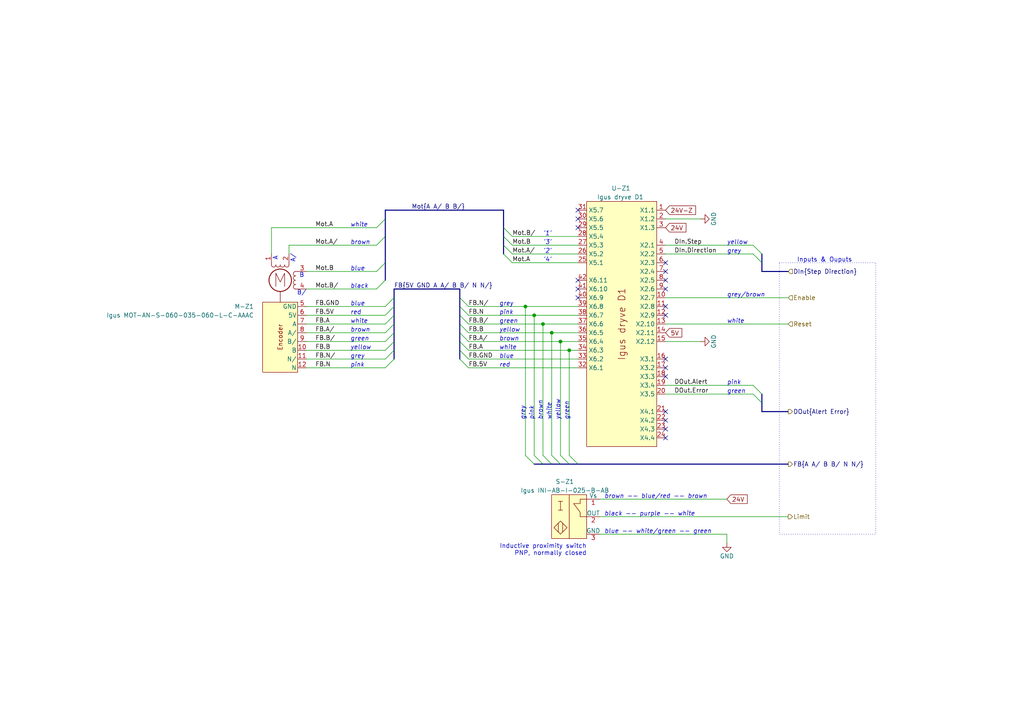
<source format=kicad_sch>
(kicad_sch (version 20250114) (generator "eeschema") (generator_version "9.0")
  (paper "A4")
  (title_block (title "Gantry Robot - Axis Z") (date "2024-03-18") (company "CITIC Research Center & Department of Computer Engineering, University of A Coruña."))
  (lib_symbols
    (symbol "Gantry_Robot_Components:INI-AB-I-025-B-AB" (pin_names (offset 0))
      (property "Reference" "S" (at -5.715 7.62 0))
      (property "Value" "INI-AB-I-025-B-AB" (at 0 -9.525 0))
      (symbol "INI-AB-I-025-B-AB_0_1"
        (polyline (pts (xy -4.445 4.445) (xy -3.175 4.445)))
        (polyline (pts (xy -4.445 1.905) (xy -3.175 1.905)))
        (polyline (pts (xy -4.445 -1.905) (xy -4.445 -4.445)))
        (polyline (pts (xy -3.81 4.445) (xy -3.81 1.905)))
        (polyline (pts (xy -3.81 -1.27) (xy -5.715 -3.175) (xy -3.81 -5.08) (xy -1.905 -3.175) (xy -3.81 -1.27)))
        (polyline (pts (xy -3.175 -1.905) (xy -3.175 -4.445)))
        (polyline (pts (xy -1.27 6.35) (xy -1.27 -6.35)))
        (polyline (pts (xy 1.905 0) (xy 3.81 0)))
        (polyline (pts (xy 1.905 0) (xy 1.905 1.27) (xy 0 3.81) (xy 1.905 3.81) (xy 1.905 5.08) (xy 3.81 5.08)))
      )
      (symbol "INI-AB-I-025-B-AB_1_1"
        (rectangle (start -6.35 6.35) (end 3.81 -6.35) (fill (type background)))
        (pin power_in line (at 7.62 5.08 180) (length 3.81) (name "Vs") (number "1"))
        (pin output line (at 7.62 0 180) (length 3.81) (name "OUT") (number "2"))
        (pin power_in line (at 7.62 -5.08 180) (length 3.81) (name "GND") (number "3"))
      )
    )
    (symbol "Gantry_Robot_Components:Igus_dryve_D1"
      (property "Reference" "U" (at 40.64 12.7 0))
      (property "Value" "Igus dryve D1" (at 25.4 -12.7 0))
      (symbol "Igus_dryve_D1_1_1"
        (rectangle (start -35.56 10.16) (end 35.56 -10.16) (fill (type background)))
        (text "Igus dryve D1" (at 0 0 0) (effects (font (size 2 2))))
        (pin power_in line (at -33.02 12.7 270) (length 2.54) (name "X1.1") (number "1"))
        (pin power_out line (at -33.02 -12.7 90) (length 2.54) (name "X5.7") (number "31"))
        (pin power_in line (at -30.48 12.7 270) (length 2.54) (name "X1.2") (number "2"))
        (pin power_out line (at -30.48 -12.7 90) (length 2.54) (name "X5.6") (number "30"))
        (pin power_in line (at -27.94 12.7 270) (length 2.54) (name "X1.3") (number "3"))
        (pin passive line (at -27.94 -12.7 90) (length 2.54) (name "X5.5") (number "29"))
        (pin passive line (at -25.4 -12.7 90) (length 2.54) (name "X5.4") (number "28"))
        (pin input line (at -22.86 12.7 270) (length 2.54) (name "X2.1") (number "4"))
        (pin passive line (at -22.86 -12.7 90) (length 2.54) (name "X5.3") (number "27"))
        (pin input line (at -20.32 12.7 270) (length 2.54) (name "X2.2") (number "5"))
        (pin passive line (at -20.32 -12.7 90) (length 2.54) (name "X5.2") (number "26"))
        (pin input line (at -17.78 12.7 270) (length 2.54) (name "X2.3") (number "6"))
        (pin passive line (at -17.78 -12.7 90) (length 2.54) (name "X5.1") (number "25"))
        (pin input line (at -15.24 12.7 270) (length 2.54) (name "X2.4") (number "7"))
        (pin input line (at -12.7 12.7 270) (length 2.54) (name "X2.5") (number "8"))
        (pin input line (at -12.7 -12.7 90) (length 2.54) (name "X6.11") (number "42"))
        (pin input line (at -10.16 12.7 270) (length 2.54) (name "X2.6") (number "9"))
        (pin input line (at -10.16 -12.7 90) (length 2.54) (name "X6.10") (number "41"))
        (pin input line (at -7.62 12.7 270) (length 2.54) (name "X2.7") (number "10"))
        (pin input line (at -7.62 -12.7 90) (length 2.54) (name "X6.9") (number "40"))
        (pin input line (at -5.08 12.7 270) (length 2.54) (name "X2.8") (number "11"))
        (pin input line (at -5.08 -12.7 90) (length 2.54) (name "X6.8") (number "39"))
        (pin input line (at -2.54 12.7 270) (length 2.54) (name "X2.9") (number "12"))
        (pin input line (at -2.54 -12.7 90) (length 2.54) (name "X6.7") (number "38"))
        (pin input line (at 0 12.7 270) (length 2.54) (name "X2.10") (number "13"))
        (pin input line (at 0 -12.7 90) (length 2.54) (name "X6.6") (number "37"))
        (pin power_in line (at 2.54 12.7 270) (length 2.54) (name "X2.11") (number "14"))
        (pin input line (at 2.54 -12.7 90) (length 2.54) (name "X6.5") (number "36"))
        (pin power_in line (at 5.08 12.7 270) (length 2.54) (name "X2.12") (number "15"))
        (pin input line (at 5.08 -12.7 90) (length 2.54) (name "X6.4") (number "35"))
        (pin input line (at 7.62 -12.7 90) (length 2.54) (name "X6.3") (number "34"))
        (pin output line (at 10.16 12.7 270) (length 2.54) (name "X3.1") (number "16"))
        (pin power_out line (at 10.16 -12.7 90) (length 2.54) (name "X6.2") (number "33"))
        (pin output line (at 12.7 12.7 270) (length 2.54) (name "X3.2") (number "17"))
        (pin power_out line (at 12.7 -12.7 90) (length 2.54) (name "X6.1") (number "32"))
        (pin output line (at 15.24 12.7 270) (length 2.54) (name "X3.3") (number "18"))
        (pin output line (at 17.78 12.7 270) (length 2.54) (name "X3.4") (number "19"))
        (pin output line (at 20.32 12.7 270) (length 2.54) (name "X3.5") (number "20"))
        (pin power_out line (at 25.4 12.7 270) (length 2.54) (name "X4.1") (number "21"))
        (pin input line (at 27.94 12.7 270) (length 2.54) (name "X4.2") (number "22"))
        (pin input line (at 30.48 12.7 270) (length 2.54) (name "X4.3") (number "23"))
        (pin power_out line (at 33.02 12.7 270) (length 2.54) (name "X4.4") (number "24"))
      )
    )
    (symbol "Gantry_Robot_Components:Stepper_Motor_Bipolar_with_RS-422_Encoder" (pin_names (offset 0.3))
      (property "Reference" "M" (at 7.62 -11.43 0))
      (property "Value" "Stepper_Motor_Bipolar_with_RS-422_Encoder" (at 7.62 -12.7 0))
      (symbol "Stepper_Motor_Bipolar_with_RS-422_Encoder_0_0"
        (polyline (pts (xy -1.27 -1.778) (xy -1.27 2.032) (xy 0 -0.508) (xy 1.27 2.032) (xy 1.27 -1.778)))
      )
      (symbol "Stepper_Motor_Bipolar_with_RS-422_Encoder_0_1"
        (polyline (pts (xy -5.08 2.54) (xy -4.445 2.54)))
        (polyline (pts (xy -5.08 -2.54) (xy -4.445 -2.54)))
        (arc (start -4.445 2.54) (mid -3.8127 1.905) (end -4.445 1.27))
        (arc (start -4.445 1.27) (mid -3.8127 0.635) (end -4.445 0))
        (arc (start -4.445 0) (mid -3.8127 -0.635) (end -4.445 -1.27))
        (arc (start -4.445 -1.27) (mid -3.8127 -1.905) (end -4.445 -2.54))
        (polyline (pts (xy -2.54 5.08) (xy -2.54 4.445)))
        (arc (start -1.27 4.445) (mid -1.905 3.8127) (end -2.54 4.445))
        (arc (start 0 4.445) (mid -0.635 3.8127) (end -1.27 4.445))
        (circle (center 0 0) (radius 3.2512) (stroke (width 0.254)))
        (polyline (pts (xy 0 -3.302) (xy 0 -6.35)))
        (arc (start 1.27 4.445) (mid 0.635 3.8127) (end 0 4.445))
        (arc (start 2.54 4.445) (mid 1.905 3.8127) (end 1.27 4.445))
        (polyline (pts (xy 2.54 5.08) (xy 2.54 4.445)))
      )
      (symbol "Stepper_Motor_Bipolar_with_RS-422_Encoder_1_1"
        (rectangle (start -5.08 -6.35) (end 5.08 -26.67) (fill (type background)))
        (text "Encoder" (at 0 -16.51 900) (effects (font (size 1.27 1.27))))
        (pin passive line (at -7.62 2.54 0) (length 2.54) (name "~") (number "3"))
        (pin passive line (at -7.62 -2.54 0) (length 2.54) (name "~") (number "4"))
        (pin power_in line (at -7.62 -7.62 0) (length 2.54) (name "GND") (number "5"))
        (pin power_in line (at -7.62 -10.16 0) (length 2.54) (name "5V") (number "6"))
        (pin output line (at -7.62 -12.7 0) (length 2.54) (name "A") (number "7"))
        (pin output line (at -7.62 -15.24 0) (length 2.54) (name "A/") (number "8"))
        (pin output line (at -7.62 -17.78 0) (length 2.54) (name "B/") (number "9"))
        (pin output line (at -7.62 -20.32 0) (length 2.54) (name "B") (number "10"))
        (pin output line (at -7.62 -22.86 0) (length 2.54) (name "N/") (number "11"))
        (pin output line (at -7.62 -25.4 0) (length 2.54) (name "N") (number "12"))
        (pin passive line (at -2.54 7.62 270) (length 2.54) (name "~") (number "2"))
        (pin passive line (at 2.54 7.62 270) (length 2.54) (name "~") (number "1"))
      )
    )
    (symbol "power:GND" (power) (pin_names (offset 0))
      (property "Value" "GND" (at 0 -3.81 0))
      (symbol "GND_0_1"
        (polyline (pts (xy 0 0) (xy 0 -1.27) (xy 1.27 -1.27) (xy 0 -2.54) (xy -1.27 -1.27) (xy 0 -1.27)))
      )
      (symbol "GND_1_1"
        (pin power_in line (at 0 0 270) (length 0) (hide yes) (name "GND") (number "1"))
      )
    )
  )
  (rectangle (start 226.06 76.2) (end 254 154.94) (stroke (width 0) (type dot)))
  (text "Inputs & Ouputs" (at 231.14 76.2 0) (effects (font (size 1.27 1.27)) (justify left bottom)))
  (text "white" (at 160.02 121.92 90) (effects (font (size 1.27 1.27) (italic yes)) (justify left bottom)))
  (text "green" (at 101.6 99.06 0) (effects (font (size 1.27 1.27) (italic yes)) (justify left bottom)))
  (text "green" (at 165.1 121.92 90) (effects (font (size 1.27 1.27) (italic yes)) (justify left bottom)))
  (text "Inductive proximity switch\nPNP, normally closed" (at 170.18 161.29 0) (effects (font (size 1.27 1.27)) (justify right bottom)))
  (text "B/" (at 88.9 85.725 0) (effects (font (size 1.27 1.27)) (justify right bottom)))
  (text "grey" (at 210.82 73.66 0) (effects (font (size 1.27 1.27) (italic yes)) (justify left bottom)))
  (text "grey/brown" (at 210.82 86.36 0) (effects (font (size 1.27 1.27) (italic yes)) (justify left bottom)))
  (text "B" (at 88.265 80.645 0) (effects (font (size 1.27 1.27)) (justify right bottom)))
  (text "pink" (at 154.94 121.92 90) (effects (font (size 1.27 1.27) (italic yes)) (justify left bottom)))
  (text "red" (at 144.78 106.68 0) (effects (font (size 1.27 1.27) (italic yes)) (justify left bottom)))
  (text "red" (at 101.6 91.44 0) (effects (font (size 1.27 1.27) (italic yes)) (justify left bottom)))
  (text "brown -- blue/red -- brown" (at 175.26 144.78 0) (effects (font (size 1.27 1.27) (italic yes)) (justify left bottom)))
  (text "white" (at 210.82 93.98 0) (effects (font (size 1.27 1.27) (italic yes)) (justify left bottom)))
  (text "grey" (at 144.78 88.9 0) (effects (font (size 1.27 1.27) (italic yes)) (justify left bottom)))
  (text "pink" (at 101.6 106.68 0) (effects (font (size 1.27 1.27) (italic yes)) (justify left bottom)))
  (text "grey" (at 152.4 121.92 90) (effects (font (size 1.27 1.27) (italic yes)) (justify left bottom)))
  (text "white" (at 144.78 101.6 0) (effects (font (size 1.27 1.27) (italic yes)) (justify left bottom)))
  (text "green" (at 210.82 114.3 0) (effects (font (size 1.27 1.27) (italic yes)) (justify left bottom)))
  (text "black -- purple -- white" (at 175.26 149.86 0) (effects (font (size 1.27 1.27) (italic yes)) (justify left bottom)))
  (text "brown" (at 101.6 71.12 0) (effects (font (size 1.27 1.27) (italic yes)) (justify left bottom)))
  (text "brown" (at 101.6 96.52 0) (effects (font (size 1.27 1.27) (italic yes)) (justify left bottom)))
  (text "grey" (at 101.6 104.14 0) (effects (font (size 1.27 1.27) (italic yes)) (justify left bottom)))
  (text "brown" (at 144.78 99.06 0) (effects (font (size 1.27 1.27) (italic yes)) (justify left bottom)))
  (text "blue" (at 101.6 88.9 0) (effects (font (size 1.27 1.27) (italic yes)) (justify left bottom)))
  (text "'3'" (at 157.48 71.12 0) (effects (font (size 1.27 1.27) (italic yes)) (justify left bottom)))
  (text "white" (at 101.6 93.98 0) (effects (font (size 1.27 1.27) (italic yes)) (justify left bottom)))
  (text "'2'" (at 157.48 73.66 0) (effects (font (size 1.27 1.27) (italic yes)) (justify left bottom)))
  (text "black" (at 101.6 83.82 0) (effects (font (size 1.27 1.27) (italic yes)) (justify left bottom)))
  (text "'1'" (at 157.48 68.58 0) (effects (font (size 1.27 1.27) (italic yes)) (justify left bottom)))
  (text "pink" (at 144.78 91.44 0) (effects (font (size 1.27 1.27) (italic yes)) (justify left bottom)))
  (text "blue -- white/green -- green" (at 175.26 154.94 0) (effects (font (size 1.27 1.27) (italic yes)) (justify left bottom)))
  (text "blue" (at 101.6 78.74 0) (effects (font (size 1.27 1.27) (italic yes)) (justify left bottom)))
  (text "yellow" (at 101.6 101.6 0) (effects (font (size 1.27 1.27) (italic yes)) (justify left bottom)))
  (text "A" (at 80.645 75.565 90) (effects (font (size 1.27 1.27)) (justify left bottom)))
  (text "brown" (at 157.48 121.92 90) (effects (font (size 1.27 1.27) (italic yes)) (justify left bottom)))
  (text "green" (at 144.78 93.98 0) (effects (font (size 1.27 1.27) (italic yes)) (justify left bottom)))
  (text "blue" (at 144.78 104.14 0) (effects (font (size 1.27 1.27) (italic yes)) (justify left bottom)))
  (text "yellow" (at 162.56 121.92 90) (effects (font (size 1.27 1.27) (italic yes)) (justify left bottom)))
  (text "white" (at 101.6 66.04 0) (effects (font (size 1.27 1.27) (italic yes)) (justify left bottom)))
  (text "pink" (at 210.82 111.76 0) (effects (font (size 1.27 1.27) (italic yes)) (justify left bottom)))
  (text "A/" (at 85.725 76.2 90) (effects (font (size 1.27 1.27)) (justify left bottom)))
  (text "'4'" (at 157.48 76.2 0) (effects (font (size 1.27 1.27) (italic yes)) (justify left bottom)))
  (text "yellow" (at 144.78 96.52 0) (effects (font (size 1.27 1.27) (italic yes)) (justify left bottom)))
  (text "yellow" (at 210.82 71.12 0) (effects (font (size 1.27 1.27) (italic yes)) (justify left bottom)))
  (junction (at 152.4 88.9))
  (junction (at 157.48 93.98))
  (junction (at 162.56 99.06))
  (junction (at 160.02 96.52))
  (junction (at 165.1 101.6))
  (junction (at 154.94 91.44))
  (no_connect (at 167.64 83.82))
  (no_connect (at 167.64 66.04))
  (no_connect (at 167.64 86.36))
  (no_connect (at 193.04 78.74))
  (no_connect (at 193.04 81.28))
  (no_connect (at 193.04 83.82))
  (no_connect (at 193.04 104.14))
  (no_connect (at 193.04 106.68))
  (no_connect (at 193.04 121.92))
  (no_connect (at 193.04 127))
  (no_connect (at 167.64 60.96))
  (no_connect (at 167.64 63.5))
  (no_connect (at 193.04 88.9))
  (no_connect (at 167.64 81.28))
  (no_connect (at 193.04 119.38))
  (no_connect (at 193.04 76.2))
  (no_connect (at 193.04 109.22))
  (no_connect (at 193.04 91.44))
  (no_connect (at 193.04 124.46))
  (bus_entry (at 109.22 66.04) (size 2.54 -2.54))
  (bus_entry (at 133.35 104.14) (size 2.54 2.54))
  (bus_entry (at 111.76 91.44) (size 2.54 -2.54))
  (bus_entry (at 148.59 76.2) (size -2.54 -2.54))
  (bus_entry (at 111.76 106.68) (size 2.54 -2.54))
  (bus_entry (at 218.44 111.76) (size 2.54 2.54))
  (bus_entry (at 111.76 93.98) (size 2.54 -2.54))
  (bus_entry (at 154.94 132.08) (size 2.54 2.54))
  (bus_entry (at 148.59 73.66) (size -2.54 -2.54))
  (bus_entry (at 133.35 101.6) (size 2.54 2.54))
  (bus_entry (at 218.44 71.12) (size 2.54 2.54))
  (bus_entry (at 218.44 114.3) (size 2.54 2.54))
  (bus_entry (at 218.44 73.66) (size 2.54 2.54))
  (bus_entry (at 111.76 104.14) (size 2.54 -2.54))
  (bus_entry (at 157.48 132.08) (size 2.54 2.54))
  (bus_entry (at 111.76 96.52) (size 2.54 -2.54))
  (bus_entry (at 109.22 83.82) (size 2.54 -2.54))
  (bus_entry (at 133.35 96.52) (size 2.54 2.54))
  (bus_entry (at 160.02 132.08) (size 2.54 2.54))
  (bus_entry (at 111.76 99.06) (size 2.54 -2.54))
  (bus_entry (at 162.56 132.08) (size 2.54 2.54))
  (bus_entry (at 109.22 78.74) (size 2.54 -2.54))
  (bus_entry (at 152.4 132.08) (size 2.54 2.54))
  (bus_entry (at 148.59 68.58) (size -2.54 -2.54))
  (bus_entry (at 111.76 101.6) (size 2.54 -2.54))
  (bus_entry (at 148.59 71.12) (size -2.54 -2.54))
  (bus_entry (at 109.22 71.12) (size 2.54 -2.54))
  (bus_entry (at 135.89 88.9) (size -2.54 -2.54))
  (bus_entry (at 133.35 91.44) (size 2.54 2.54))
  (bus_entry (at 133.35 93.98) (size 2.54 2.54))
  (bus_entry (at 165.1 132.08) (size 2.54 2.54))
  (bus_entry (at 133.35 88.9) (size 2.54 2.54))
  (bus_entry (at 111.76 88.9) (size 2.54 -2.54))
  (bus_entry (at 133.35 99.06) (size 2.54 2.54))
  (bus (pts (xy 167.64 134.62) (xy 228.6 134.62)))
  (bus (pts (xy 220.98 116.84) (xy 220.98 119.38)))
  (wire (pts (xy 162.56 99.06) (xy 167.64 99.06)))
  (wire (pts (xy 88.9 83.82) (xy 109.22 83.82)))
  (bus (pts (xy 160.02 134.62) (xy 162.56 134.62)))
  (wire (pts (xy 78.74 66.04) (xy 109.22 66.04)))
  (wire (pts (xy 162.56 99.06) (xy 162.56 132.08)))
  (wire (pts (xy 203.2 99.06) (xy 193.04 99.06)))
  (wire (pts (xy 88.9 106.68) (xy 111.76 106.68)))
  (wire (pts (xy 160.02 96.52) (xy 167.64 96.52)))
  (wire (pts (xy 135.89 96.52) (xy 160.02 96.52)))
  (wire (pts (xy 135.89 93.98) (xy 157.48 93.98)))
  (wire (pts (xy 135.89 99.06) (xy 162.56 99.06)))
  (bus (pts (xy 111.76 76.2) (xy 111.76 81.28)))
  (wire (pts (xy 165.1 101.6) (xy 165.1 132.08)))
  (bus (pts (xy 114.3 83.82) (xy 133.35 83.82)))
  (bus (pts (xy 111.76 63.5) (xy 111.76 68.58)))
  (bus (pts (xy 220.98 73.66) (xy 220.98 76.2)))
  (bus (pts (xy 114.3 96.52) (xy 114.3 99.06)))
  (wire (pts (xy 157.48 93.98) (xy 157.48 132.08)))
  (bus (pts (xy 133.35 101.6) (xy 133.35 99.06)))
  (wire (pts (xy 193.04 73.66) (xy 218.44 73.66)))
  (bus (pts (xy 133.35 91.44) (xy 133.35 88.9)))
  (wire (pts (xy 173.99 154.94) (xy 210.82 154.94)))
  (wire (pts (xy 152.4 88.9) (xy 152.4 132.08)))
  (wire (pts (xy 167.64 71.12) (xy 148.59 71.12)))
  (wire (pts (xy 193.04 86.36) (xy 228.6 86.36)))
  (bus (pts (xy 165.1 134.62) (xy 167.64 134.62)))
  (wire (pts (xy 218.44 114.3) (xy 193.04 114.3)))
  (bus (pts (xy 146.05 66.04) (xy 146.05 60.96)))
  (wire (pts (xy 160.02 96.52) (xy 160.02 132.08)))
  (wire (pts (xy 88.9 78.74) (xy 109.22 78.74)))
  (wire (pts (xy 167.64 68.58) (xy 148.59 68.58)))
  (bus (pts (xy 111.76 60.96) (xy 111.76 63.5)))
  (wire (pts (xy 173.99 144.78) (xy 210.82 144.78)))
  (wire (pts (xy 88.9 99.06) (xy 111.76 99.06)))
  (wire (pts (xy 167.64 76.2) (xy 148.59 76.2)))
  (wire (pts (xy 193.04 93.98) (xy 228.6 93.98)))
  (bus (pts (xy 133.35 88.9) (xy 133.35 86.36)))
  (wire (pts (xy 135.89 106.68) (xy 167.64 106.68)))
  (bus (pts (xy 220.98 119.38) (xy 228.6 119.38)))
  (bus (pts (xy 114.3 99.06) (xy 114.3 101.6)))
  (wire (pts (xy 135.89 88.9) (xy 152.4 88.9)))
  (wire (pts (xy 152.4 88.9) (xy 167.64 88.9)))
  (wire (pts (xy 135.89 91.44) (xy 154.94 91.44)))
  (bus (pts (xy 114.3 93.98) (xy 114.3 96.52)))
  (bus (pts (xy 114.3 91.44) (xy 114.3 93.98)))
  (wire (pts (xy 88.9 101.6) (xy 111.76 101.6)))
  (wire (pts (xy 167.64 73.66) (xy 148.59 73.66)))
  (wire (pts (xy 135.89 104.14) (xy 167.64 104.14)))
  (bus (pts (xy 220.98 114.3) (xy 220.98 116.84)))
  (wire (pts (xy 167.64 101.6) (xy 165.1 101.6)))
  (bus (pts (xy 133.35 99.06) (xy 133.35 96.52)))
  (bus (pts (xy 133.35 83.82) (xy 133.35 86.36)))
  (wire (pts (xy 83.82 73.66) (xy 83.82 71.12)))
  (wire (pts (xy 193.04 71.12) (xy 218.44 71.12)))
  (wire (pts (xy 154.94 91.44) (xy 167.64 91.44)))
  (wire (pts (xy 88.9 91.44) (xy 111.76 91.44)))
  (wire (pts (xy 173.99 149.86) (xy 228.6 149.86)))
  (bus (pts (xy 114.3 88.9) (xy 114.3 91.44)))
  (bus (pts (xy 146.05 66.04) (xy 146.05 68.58)))
  (bus (pts (xy 154.94 134.62) (xy 157.48 134.62)))
  (bus (pts (xy 157.48 134.62) (xy 160.02 134.62)))
  (wire (pts (xy 88.9 93.98) (xy 111.76 93.98)))
  (wire (pts (xy 83.82 71.12) (xy 109.22 71.12)))
  (bus (pts (xy 114.3 86.36) (xy 114.3 88.9)))
  (bus (pts (xy 114.3 101.6) (xy 114.3 104.14)))
  (bus (pts (xy 146.05 71.12) (xy 146.05 73.66)))
  (wire (pts (xy 193.04 63.5) (xy 203.2 63.5)))
  (wire (pts (xy 135.89 101.6) (xy 165.1 101.6)))
  (wire (pts (xy 210.82 154.94) (xy 210.82 157.48)))
  (bus (pts (xy 133.35 96.52) (xy 133.35 93.98)))
  (bus (pts (xy 111.76 68.58) (xy 111.76 76.2)))
  (wire (pts (xy 78.74 73.66) (xy 78.74 66.04)))
  (bus (pts (xy 220.98 78.74) (xy 228.6 78.74)))
  (bus (pts (xy 146.05 68.58) (xy 146.05 71.12)))
  (wire (pts (xy 88.9 104.14) (xy 111.76 104.14)))
  (bus (pts (xy 133.35 104.14) (xy 133.35 101.6)))
  (wire (pts (xy 157.48 93.98) (xy 167.64 93.98)))
  (wire (pts (xy 88.9 96.52) (xy 111.76 96.52)))
  (bus (pts (xy 111.76 60.96) (xy 146.05 60.96)))
  (bus (pts (xy 114.3 86.36) (xy 114.3 83.82)))
  (bus (pts (xy 133.35 93.98) (xy 133.35 91.44)))
  (wire (pts (xy 154.94 91.44) (xy 154.94 132.08)))
  (bus (pts (xy 220.98 76.2) (xy 220.98 78.74)))
  (wire (pts (xy 218.44 111.76) (xy 193.04 111.76)))
  (wire (pts (xy 88.9 88.9) (xy 111.76 88.9)))
  (bus (pts (xy 162.56 134.62) (xy 165.1 134.62)))
  (label "FB.N{slash}" (at 91.44 104.14 0))
  (label "FB.A" (at 91.44 93.98 0))
  (label "DIn.Step" (at 195.58 71.12 0))
  (label "DIn.Direction" (at 195.58 73.66 0))
  (label "FB.B" (at 135.89 96.52 0))
  (label "FB.GND" (at 135.89 104.14 0))
  (label "Mot.A" (at 148.59 76.2 0))
  (label "FB.N{slash}" (at 135.89 88.9 0))
  (label "Mot.B" (at 148.59 71.12 0))
  (label "FB.B{slash}" (at 135.89 93.98 0))
  (label "FB.5V" (at 91.44 91.44 0))
  (label "FB.GND" (at 91.44 88.9 0))
  (label "Mot.B{slash}" (at 91.44 83.82 0))
  (label "FB.A{slash}" (at 135.89 99.06 0))
  (label "Mot{A A{slash} B B{slash}}" (at 119.38 60.96 0))
  (label "FB{5V GND A A{slash} B B{slash} N N{slash}}" (at 114.3 83.82 0))
  (label "DOut.Error" (at 195.58 114.3 0))
  (label "FB.B" (at 91.44 101.6 0))
  (label "FB.B{slash}" (at 91.44 99.06 0))
  (label "FB.5V" (at 135.89 106.68 0))
  (label "DOut.Alert" (at 195.58 111.76 0))
  (label "Mot.B" (at 91.44 78.74 0))
  (label "Mot.B{slash}" (at 148.59 68.58 0))
  (label "Mot.A{slash}" (at 148.59 73.66 0))
  (label "FB.A" (at 135.89 101.6 0))
  (label "FB.N" (at 91.44 106.68 0))
  (label "Mot.A{slash}" (at 91.44 71.12 0))
  (label "FB.N" (at 135.89 91.44 0))
  (label "FB.A{slash}" (at 91.44 96.52 0))
  (label "Mot.A" (at 91.44 66.04 0))
  (global_label "24V" (shape input) (at 210.82 144.78 0) (property "Intersheetrefs" "${INTERSHEET_REFS}" (effects (hide yes))))
  (global_label "24V-Z" (shape input) (at 193.04 60.96 0) (property "Intersheetrefs" "${INTERSHEET_REFS}" (effects (hide yes))))
  (global_label "24V" (shape input) (at 193.04 66.04 0) (property "Intersheetrefs" "${INTERSHEET_REFS}" (effects (hide yes))))
  (global_label "5V" (shape input) (at 193.04 96.52 0) (property "Intersheetrefs" "${INTERSHEET_REFS}" (effects (hide yes))))
  (hierarchical_label "DOut{Alert Error}" (shape output) (at 228.6 119.38 0))
  (hierarchical_label "Limit" (shape output) (at 228.6 149.86 0))
  (hierarchical_label "Enable" (shape input) (at 228.6 86.36 0))
  (hierarchical_label "Reset" (shape input) (at 228.6 93.98 0))
  (hierarchical_label "FB{A A{slash} B B{slash} N N{slash}}" (shape output) (at 228.6 134.62 0))
  (hierarchical_label "DIn{Step Direction}" (shape input) (at 228.6 78.74 0))
  (symbol (lib_id "Gantry_Robot_Components:INI-AB-I-025-B-AB") (at 166.37 149.86 0) (unit 1)
    (property "Reference" "S-Z1" (at 163.83 139.7 0))
    (property "Value" "Igus INI-AB-I-025-B-AB" (at 163.83 142.24 0))
    (property "Datasheet" "https://www.igus.com/ContentData/Products/Downloads/drylin_E_accessories_EN.pdf" (effects (hide yes)))
  )
  (symbol (lib_id "power:GND") (at 210.82 157.48 0) (unit 1)
    (property "Reference" "#PWR041" (effects (hide yes)))
    (property "Value" "GND" (at 210.82 161.29 0))
  )
  (symbol (lib_id "power:GND") (at 203.2 99.06 90) (unit 1)
    (property "Reference" "#PWR043" (effects (hide yes)))
    (property "Value" "GND" (at 207.01 99.06 0))
  )
  (symbol (lib_id "power:GND") (at 203.2 63.5 90) (mirror x) (unit 1)
    (property "Reference" "#PWR042" (effects (hide yes)))
    (property "Value" "GND" (at 207.01 63.5 0))
  )
  (symbol (lib_id "Gantry_Robot_Components:Stepper_Motor_Bipolar_with_RS-422_Encoder") (at 81.28 81.28 0) (mirror y) (unit 1)
    (property "Reference" "M-Z1" (at 73.66 88.9 0) (effects (justify left)))
    (property "Value" "Igus MOT-AN-S-060-035-060-L-C-AAAC" (at 73.66 91.44 0) (effects (justify left)))
    (property "Datasheet" "http://www.infineon.com/dgdl/Application-Note-TLE8110EE_driving_UniPolarStepperMotor_V1.1.pdf?fileId=db3a30431be39b97011be5d0aa0a00b0" (effects (hide yes)))
  )
  (symbol (lib_id "Gantry_Robot_Components:Igus_dryve_D1") (at 180.34 93.98 270) (unit 1)
    (property "Reference" "U-Z1" (at 182.88 54.61 90) (effects (justify right)))
    (property "Value" "Igus dryve D1" (at 186.69 57.15 90) (effects (justify right)))
    (property "Datasheet" "https://igus.widen.net/content/lx2pnlx7jc/original/Operating%20Manual%20dryve%20D1%20V3.0.1.pdf" (effects (hide yes)))
  )
)
</source>
